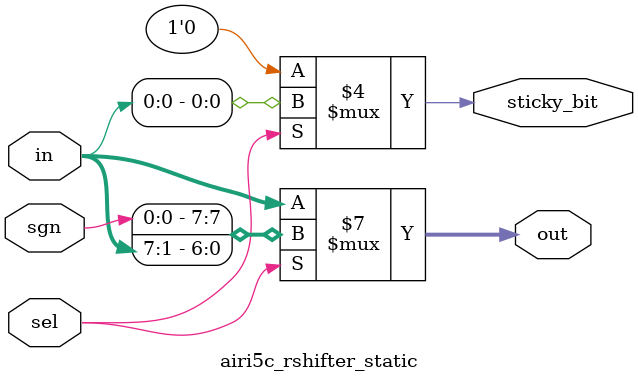
<source format=v>

module airi5c_rshifter_static
#(
    parameter       n       = 8,
    parameter       offset  = 1
)
(
    input       [n-1:0] in,
    input               sel,
    input               sgn,

    output  reg [n-1:0] out,
    output  reg         sticky_bit
);

    always @(*) begin
        if (sel) begin
            out         = {{offset{sgn}}, in[n-1:offset]};
            sticky_bit  = |in[offset-1:0];
        end

        else begin
            out         = in;
            sticky_bit  = 1'b0;
        end
    end

endmodule
</source>
